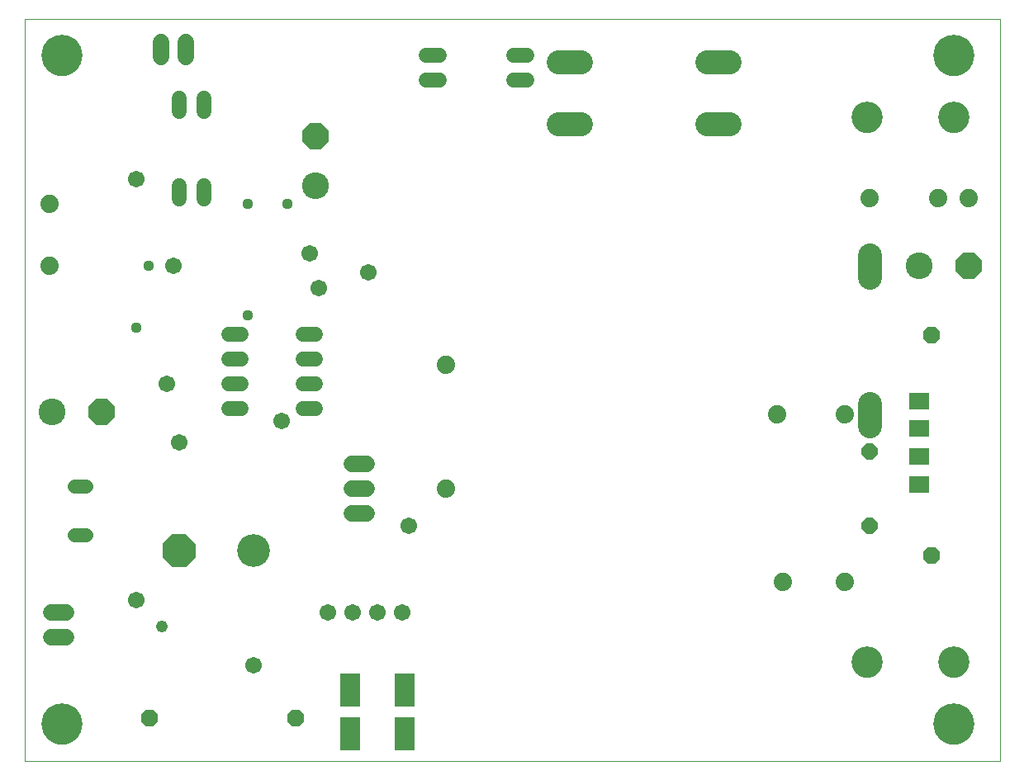
<source format=gbs>
G75*
%MOIN*%
%OFA0B0*%
%FSLAX25Y25*%
%IPPOS*%
%LPD*%
%AMOC8*
5,1,8,0,0,1.08239X$1,22.5*
%
%ADD10C,0.00000*%
%ADD11C,0.16548*%
%ADD12C,0.12611*%
%ADD13C,0.09650*%
%ADD14C,0.06000*%
%ADD15C,0.10800*%
%ADD16OC8,0.10800*%
%ADD17C,0.06800*%
%ADD18C,0.05556*%
%ADD19OC8,0.13200*%
%ADD20C,0.13200*%
%ADD21R,0.07887X0.13398*%
%ADD22OC8,0.06800*%
%ADD23OC8,0.06400*%
%ADD24R,0.07898X0.07099*%
%ADD25C,0.07400*%
%ADD26C,0.06737*%
%ADD27C,0.06706*%
%ADD28C,0.04900*%
%ADD29C,0.04369*%
D10*
X0014325Y0003000D02*
X0014325Y0302961D01*
X0408026Y0302961D01*
X0408026Y0003000D01*
X0014325Y0003000D01*
X0021451Y0018000D02*
X0021453Y0018193D01*
X0021460Y0018386D01*
X0021472Y0018579D01*
X0021489Y0018772D01*
X0021510Y0018964D01*
X0021536Y0019155D01*
X0021567Y0019346D01*
X0021602Y0019536D01*
X0021642Y0019725D01*
X0021687Y0019913D01*
X0021736Y0020100D01*
X0021790Y0020286D01*
X0021848Y0020470D01*
X0021911Y0020653D01*
X0021979Y0020834D01*
X0022050Y0021013D01*
X0022127Y0021191D01*
X0022207Y0021367D01*
X0022292Y0021540D01*
X0022381Y0021712D01*
X0022474Y0021881D01*
X0022571Y0022048D01*
X0022673Y0022213D01*
X0022778Y0022375D01*
X0022887Y0022534D01*
X0023001Y0022691D01*
X0023118Y0022844D01*
X0023238Y0022995D01*
X0023363Y0023143D01*
X0023491Y0023288D01*
X0023622Y0023429D01*
X0023757Y0023568D01*
X0023896Y0023703D01*
X0024037Y0023834D01*
X0024182Y0023962D01*
X0024330Y0024087D01*
X0024481Y0024207D01*
X0024634Y0024324D01*
X0024791Y0024438D01*
X0024950Y0024547D01*
X0025112Y0024652D01*
X0025277Y0024754D01*
X0025444Y0024851D01*
X0025613Y0024944D01*
X0025785Y0025033D01*
X0025958Y0025118D01*
X0026134Y0025198D01*
X0026312Y0025275D01*
X0026491Y0025346D01*
X0026672Y0025414D01*
X0026855Y0025477D01*
X0027039Y0025535D01*
X0027225Y0025589D01*
X0027412Y0025638D01*
X0027600Y0025683D01*
X0027789Y0025723D01*
X0027979Y0025758D01*
X0028170Y0025789D01*
X0028361Y0025815D01*
X0028553Y0025836D01*
X0028746Y0025853D01*
X0028939Y0025865D01*
X0029132Y0025872D01*
X0029325Y0025874D01*
X0029518Y0025872D01*
X0029711Y0025865D01*
X0029904Y0025853D01*
X0030097Y0025836D01*
X0030289Y0025815D01*
X0030480Y0025789D01*
X0030671Y0025758D01*
X0030861Y0025723D01*
X0031050Y0025683D01*
X0031238Y0025638D01*
X0031425Y0025589D01*
X0031611Y0025535D01*
X0031795Y0025477D01*
X0031978Y0025414D01*
X0032159Y0025346D01*
X0032338Y0025275D01*
X0032516Y0025198D01*
X0032692Y0025118D01*
X0032865Y0025033D01*
X0033037Y0024944D01*
X0033206Y0024851D01*
X0033373Y0024754D01*
X0033538Y0024652D01*
X0033700Y0024547D01*
X0033859Y0024438D01*
X0034016Y0024324D01*
X0034169Y0024207D01*
X0034320Y0024087D01*
X0034468Y0023962D01*
X0034613Y0023834D01*
X0034754Y0023703D01*
X0034893Y0023568D01*
X0035028Y0023429D01*
X0035159Y0023288D01*
X0035287Y0023143D01*
X0035412Y0022995D01*
X0035532Y0022844D01*
X0035649Y0022691D01*
X0035763Y0022534D01*
X0035872Y0022375D01*
X0035977Y0022213D01*
X0036079Y0022048D01*
X0036176Y0021881D01*
X0036269Y0021712D01*
X0036358Y0021540D01*
X0036443Y0021367D01*
X0036523Y0021191D01*
X0036600Y0021013D01*
X0036671Y0020834D01*
X0036739Y0020653D01*
X0036802Y0020470D01*
X0036860Y0020286D01*
X0036914Y0020100D01*
X0036963Y0019913D01*
X0037008Y0019725D01*
X0037048Y0019536D01*
X0037083Y0019346D01*
X0037114Y0019155D01*
X0037140Y0018964D01*
X0037161Y0018772D01*
X0037178Y0018579D01*
X0037190Y0018386D01*
X0037197Y0018193D01*
X0037199Y0018000D01*
X0037197Y0017807D01*
X0037190Y0017614D01*
X0037178Y0017421D01*
X0037161Y0017228D01*
X0037140Y0017036D01*
X0037114Y0016845D01*
X0037083Y0016654D01*
X0037048Y0016464D01*
X0037008Y0016275D01*
X0036963Y0016087D01*
X0036914Y0015900D01*
X0036860Y0015714D01*
X0036802Y0015530D01*
X0036739Y0015347D01*
X0036671Y0015166D01*
X0036600Y0014987D01*
X0036523Y0014809D01*
X0036443Y0014633D01*
X0036358Y0014460D01*
X0036269Y0014288D01*
X0036176Y0014119D01*
X0036079Y0013952D01*
X0035977Y0013787D01*
X0035872Y0013625D01*
X0035763Y0013466D01*
X0035649Y0013309D01*
X0035532Y0013156D01*
X0035412Y0013005D01*
X0035287Y0012857D01*
X0035159Y0012712D01*
X0035028Y0012571D01*
X0034893Y0012432D01*
X0034754Y0012297D01*
X0034613Y0012166D01*
X0034468Y0012038D01*
X0034320Y0011913D01*
X0034169Y0011793D01*
X0034016Y0011676D01*
X0033859Y0011562D01*
X0033700Y0011453D01*
X0033538Y0011348D01*
X0033373Y0011246D01*
X0033206Y0011149D01*
X0033037Y0011056D01*
X0032865Y0010967D01*
X0032692Y0010882D01*
X0032516Y0010802D01*
X0032338Y0010725D01*
X0032159Y0010654D01*
X0031978Y0010586D01*
X0031795Y0010523D01*
X0031611Y0010465D01*
X0031425Y0010411D01*
X0031238Y0010362D01*
X0031050Y0010317D01*
X0030861Y0010277D01*
X0030671Y0010242D01*
X0030480Y0010211D01*
X0030289Y0010185D01*
X0030097Y0010164D01*
X0029904Y0010147D01*
X0029711Y0010135D01*
X0029518Y0010128D01*
X0029325Y0010126D01*
X0029132Y0010128D01*
X0028939Y0010135D01*
X0028746Y0010147D01*
X0028553Y0010164D01*
X0028361Y0010185D01*
X0028170Y0010211D01*
X0027979Y0010242D01*
X0027789Y0010277D01*
X0027600Y0010317D01*
X0027412Y0010362D01*
X0027225Y0010411D01*
X0027039Y0010465D01*
X0026855Y0010523D01*
X0026672Y0010586D01*
X0026491Y0010654D01*
X0026312Y0010725D01*
X0026134Y0010802D01*
X0025958Y0010882D01*
X0025785Y0010967D01*
X0025613Y0011056D01*
X0025444Y0011149D01*
X0025277Y0011246D01*
X0025112Y0011348D01*
X0024950Y0011453D01*
X0024791Y0011562D01*
X0024634Y0011676D01*
X0024481Y0011793D01*
X0024330Y0011913D01*
X0024182Y0012038D01*
X0024037Y0012166D01*
X0023896Y0012297D01*
X0023757Y0012432D01*
X0023622Y0012571D01*
X0023491Y0012712D01*
X0023363Y0012857D01*
X0023238Y0013005D01*
X0023118Y0013156D01*
X0023001Y0013309D01*
X0022887Y0013466D01*
X0022778Y0013625D01*
X0022673Y0013787D01*
X0022571Y0013952D01*
X0022474Y0014119D01*
X0022381Y0014288D01*
X0022292Y0014460D01*
X0022207Y0014633D01*
X0022127Y0014809D01*
X0022050Y0014987D01*
X0021979Y0015166D01*
X0021911Y0015347D01*
X0021848Y0015530D01*
X0021790Y0015714D01*
X0021736Y0015900D01*
X0021687Y0016087D01*
X0021642Y0016275D01*
X0021602Y0016464D01*
X0021567Y0016654D01*
X0021536Y0016845D01*
X0021510Y0017036D01*
X0021489Y0017228D01*
X0021472Y0017421D01*
X0021460Y0017614D01*
X0021453Y0017807D01*
X0021451Y0018000D01*
X0348419Y0043000D02*
X0348421Y0043153D01*
X0348427Y0043307D01*
X0348437Y0043460D01*
X0348451Y0043612D01*
X0348469Y0043765D01*
X0348491Y0043916D01*
X0348516Y0044067D01*
X0348546Y0044218D01*
X0348580Y0044368D01*
X0348617Y0044516D01*
X0348658Y0044664D01*
X0348703Y0044810D01*
X0348752Y0044956D01*
X0348805Y0045100D01*
X0348861Y0045242D01*
X0348921Y0045383D01*
X0348985Y0045523D01*
X0349052Y0045661D01*
X0349123Y0045797D01*
X0349198Y0045931D01*
X0349275Y0046063D01*
X0349357Y0046193D01*
X0349441Y0046321D01*
X0349529Y0046447D01*
X0349620Y0046570D01*
X0349714Y0046691D01*
X0349812Y0046809D01*
X0349912Y0046925D01*
X0350016Y0047038D01*
X0350122Y0047149D01*
X0350231Y0047257D01*
X0350343Y0047362D01*
X0350457Y0047463D01*
X0350575Y0047562D01*
X0350694Y0047658D01*
X0350816Y0047751D01*
X0350941Y0047840D01*
X0351068Y0047927D01*
X0351197Y0048009D01*
X0351328Y0048089D01*
X0351461Y0048165D01*
X0351596Y0048238D01*
X0351733Y0048307D01*
X0351872Y0048372D01*
X0352012Y0048434D01*
X0352154Y0048492D01*
X0352297Y0048547D01*
X0352442Y0048598D01*
X0352588Y0048645D01*
X0352735Y0048688D01*
X0352883Y0048727D01*
X0353032Y0048763D01*
X0353182Y0048794D01*
X0353333Y0048822D01*
X0353484Y0048846D01*
X0353637Y0048866D01*
X0353789Y0048882D01*
X0353942Y0048894D01*
X0354095Y0048902D01*
X0354248Y0048906D01*
X0354402Y0048906D01*
X0354555Y0048902D01*
X0354708Y0048894D01*
X0354861Y0048882D01*
X0355013Y0048866D01*
X0355166Y0048846D01*
X0355317Y0048822D01*
X0355468Y0048794D01*
X0355618Y0048763D01*
X0355767Y0048727D01*
X0355915Y0048688D01*
X0356062Y0048645D01*
X0356208Y0048598D01*
X0356353Y0048547D01*
X0356496Y0048492D01*
X0356638Y0048434D01*
X0356778Y0048372D01*
X0356917Y0048307D01*
X0357054Y0048238D01*
X0357189Y0048165D01*
X0357322Y0048089D01*
X0357453Y0048009D01*
X0357582Y0047927D01*
X0357709Y0047840D01*
X0357834Y0047751D01*
X0357956Y0047658D01*
X0358075Y0047562D01*
X0358193Y0047463D01*
X0358307Y0047362D01*
X0358419Y0047257D01*
X0358528Y0047149D01*
X0358634Y0047038D01*
X0358738Y0046925D01*
X0358838Y0046809D01*
X0358936Y0046691D01*
X0359030Y0046570D01*
X0359121Y0046447D01*
X0359209Y0046321D01*
X0359293Y0046193D01*
X0359375Y0046063D01*
X0359452Y0045931D01*
X0359527Y0045797D01*
X0359598Y0045661D01*
X0359665Y0045523D01*
X0359729Y0045383D01*
X0359789Y0045242D01*
X0359845Y0045100D01*
X0359898Y0044956D01*
X0359947Y0044810D01*
X0359992Y0044664D01*
X0360033Y0044516D01*
X0360070Y0044368D01*
X0360104Y0044218D01*
X0360134Y0044067D01*
X0360159Y0043916D01*
X0360181Y0043765D01*
X0360199Y0043612D01*
X0360213Y0043460D01*
X0360223Y0043307D01*
X0360229Y0043153D01*
X0360231Y0043000D01*
X0360229Y0042847D01*
X0360223Y0042693D01*
X0360213Y0042540D01*
X0360199Y0042388D01*
X0360181Y0042235D01*
X0360159Y0042084D01*
X0360134Y0041933D01*
X0360104Y0041782D01*
X0360070Y0041632D01*
X0360033Y0041484D01*
X0359992Y0041336D01*
X0359947Y0041190D01*
X0359898Y0041044D01*
X0359845Y0040900D01*
X0359789Y0040758D01*
X0359729Y0040617D01*
X0359665Y0040477D01*
X0359598Y0040339D01*
X0359527Y0040203D01*
X0359452Y0040069D01*
X0359375Y0039937D01*
X0359293Y0039807D01*
X0359209Y0039679D01*
X0359121Y0039553D01*
X0359030Y0039430D01*
X0358936Y0039309D01*
X0358838Y0039191D01*
X0358738Y0039075D01*
X0358634Y0038962D01*
X0358528Y0038851D01*
X0358419Y0038743D01*
X0358307Y0038638D01*
X0358193Y0038537D01*
X0358075Y0038438D01*
X0357956Y0038342D01*
X0357834Y0038249D01*
X0357709Y0038160D01*
X0357582Y0038073D01*
X0357453Y0037991D01*
X0357322Y0037911D01*
X0357189Y0037835D01*
X0357054Y0037762D01*
X0356917Y0037693D01*
X0356778Y0037628D01*
X0356638Y0037566D01*
X0356496Y0037508D01*
X0356353Y0037453D01*
X0356208Y0037402D01*
X0356062Y0037355D01*
X0355915Y0037312D01*
X0355767Y0037273D01*
X0355618Y0037237D01*
X0355468Y0037206D01*
X0355317Y0037178D01*
X0355166Y0037154D01*
X0355013Y0037134D01*
X0354861Y0037118D01*
X0354708Y0037106D01*
X0354555Y0037098D01*
X0354402Y0037094D01*
X0354248Y0037094D01*
X0354095Y0037098D01*
X0353942Y0037106D01*
X0353789Y0037118D01*
X0353637Y0037134D01*
X0353484Y0037154D01*
X0353333Y0037178D01*
X0353182Y0037206D01*
X0353032Y0037237D01*
X0352883Y0037273D01*
X0352735Y0037312D01*
X0352588Y0037355D01*
X0352442Y0037402D01*
X0352297Y0037453D01*
X0352154Y0037508D01*
X0352012Y0037566D01*
X0351872Y0037628D01*
X0351733Y0037693D01*
X0351596Y0037762D01*
X0351461Y0037835D01*
X0351328Y0037911D01*
X0351197Y0037991D01*
X0351068Y0038073D01*
X0350941Y0038160D01*
X0350816Y0038249D01*
X0350694Y0038342D01*
X0350575Y0038438D01*
X0350457Y0038537D01*
X0350343Y0038638D01*
X0350231Y0038743D01*
X0350122Y0038851D01*
X0350016Y0038962D01*
X0349912Y0039075D01*
X0349812Y0039191D01*
X0349714Y0039309D01*
X0349620Y0039430D01*
X0349529Y0039553D01*
X0349441Y0039679D01*
X0349357Y0039807D01*
X0349275Y0039937D01*
X0349198Y0040069D01*
X0349123Y0040203D01*
X0349052Y0040339D01*
X0348985Y0040477D01*
X0348921Y0040617D01*
X0348861Y0040758D01*
X0348805Y0040900D01*
X0348752Y0041044D01*
X0348703Y0041190D01*
X0348658Y0041336D01*
X0348617Y0041484D01*
X0348580Y0041632D01*
X0348546Y0041782D01*
X0348516Y0041933D01*
X0348491Y0042084D01*
X0348469Y0042235D01*
X0348451Y0042388D01*
X0348437Y0042540D01*
X0348427Y0042693D01*
X0348421Y0042847D01*
X0348419Y0043000D01*
X0383419Y0043000D02*
X0383421Y0043153D01*
X0383427Y0043307D01*
X0383437Y0043460D01*
X0383451Y0043612D01*
X0383469Y0043765D01*
X0383491Y0043916D01*
X0383516Y0044067D01*
X0383546Y0044218D01*
X0383580Y0044368D01*
X0383617Y0044516D01*
X0383658Y0044664D01*
X0383703Y0044810D01*
X0383752Y0044956D01*
X0383805Y0045100D01*
X0383861Y0045242D01*
X0383921Y0045383D01*
X0383985Y0045523D01*
X0384052Y0045661D01*
X0384123Y0045797D01*
X0384198Y0045931D01*
X0384275Y0046063D01*
X0384357Y0046193D01*
X0384441Y0046321D01*
X0384529Y0046447D01*
X0384620Y0046570D01*
X0384714Y0046691D01*
X0384812Y0046809D01*
X0384912Y0046925D01*
X0385016Y0047038D01*
X0385122Y0047149D01*
X0385231Y0047257D01*
X0385343Y0047362D01*
X0385457Y0047463D01*
X0385575Y0047562D01*
X0385694Y0047658D01*
X0385816Y0047751D01*
X0385941Y0047840D01*
X0386068Y0047927D01*
X0386197Y0048009D01*
X0386328Y0048089D01*
X0386461Y0048165D01*
X0386596Y0048238D01*
X0386733Y0048307D01*
X0386872Y0048372D01*
X0387012Y0048434D01*
X0387154Y0048492D01*
X0387297Y0048547D01*
X0387442Y0048598D01*
X0387588Y0048645D01*
X0387735Y0048688D01*
X0387883Y0048727D01*
X0388032Y0048763D01*
X0388182Y0048794D01*
X0388333Y0048822D01*
X0388484Y0048846D01*
X0388637Y0048866D01*
X0388789Y0048882D01*
X0388942Y0048894D01*
X0389095Y0048902D01*
X0389248Y0048906D01*
X0389402Y0048906D01*
X0389555Y0048902D01*
X0389708Y0048894D01*
X0389861Y0048882D01*
X0390013Y0048866D01*
X0390166Y0048846D01*
X0390317Y0048822D01*
X0390468Y0048794D01*
X0390618Y0048763D01*
X0390767Y0048727D01*
X0390915Y0048688D01*
X0391062Y0048645D01*
X0391208Y0048598D01*
X0391353Y0048547D01*
X0391496Y0048492D01*
X0391638Y0048434D01*
X0391778Y0048372D01*
X0391917Y0048307D01*
X0392054Y0048238D01*
X0392189Y0048165D01*
X0392322Y0048089D01*
X0392453Y0048009D01*
X0392582Y0047927D01*
X0392709Y0047840D01*
X0392834Y0047751D01*
X0392956Y0047658D01*
X0393075Y0047562D01*
X0393193Y0047463D01*
X0393307Y0047362D01*
X0393419Y0047257D01*
X0393528Y0047149D01*
X0393634Y0047038D01*
X0393738Y0046925D01*
X0393838Y0046809D01*
X0393936Y0046691D01*
X0394030Y0046570D01*
X0394121Y0046447D01*
X0394209Y0046321D01*
X0394293Y0046193D01*
X0394375Y0046063D01*
X0394452Y0045931D01*
X0394527Y0045797D01*
X0394598Y0045661D01*
X0394665Y0045523D01*
X0394729Y0045383D01*
X0394789Y0045242D01*
X0394845Y0045100D01*
X0394898Y0044956D01*
X0394947Y0044810D01*
X0394992Y0044664D01*
X0395033Y0044516D01*
X0395070Y0044368D01*
X0395104Y0044218D01*
X0395134Y0044067D01*
X0395159Y0043916D01*
X0395181Y0043765D01*
X0395199Y0043612D01*
X0395213Y0043460D01*
X0395223Y0043307D01*
X0395229Y0043153D01*
X0395231Y0043000D01*
X0395229Y0042847D01*
X0395223Y0042693D01*
X0395213Y0042540D01*
X0395199Y0042388D01*
X0395181Y0042235D01*
X0395159Y0042084D01*
X0395134Y0041933D01*
X0395104Y0041782D01*
X0395070Y0041632D01*
X0395033Y0041484D01*
X0394992Y0041336D01*
X0394947Y0041190D01*
X0394898Y0041044D01*
X0394845Y0040900D01*
X0394789Y0040758D01*
X0394729Y0040617D01*
X0394665Y0040477D01*
X0394598Y0040339D01*
X0394527Y0040203D01*
X0394452Y0040069D01*
X0394375Y0039937D01*
X0394293Y0039807D01*
X0394209Y0039679D01*
X0394121Y0039553D01*
X0394030Y0039430D01*
X0393936Y0039309D01*
X0393838Y0039191D01*
X0393738Y0039075D01*
X0393634Y0038962D01*
X0393528Y0038851D01*
X0393419Y0038743D01*
X0393307Y0038638D01*
X0393193Y0038537D01*
X0393075Y0038438D01*
X0392956Y0038342D01*
X0392834Y0038249D01*
X0392709Y0038160D01*
X0392582Y0038073D01*
X0392453Y0037991D01*
X0392322Y0037911D01*
X0392189Y0037835D01*
X0392054Y0037762D01*
X0391917Y0037693D01*
X0391778Y0037628D01*
X0391638Y0037566D01*
X0391496Y0037508D01*
X0391353Y0037453D01*
X0391208Y0037402D01*
X0391062Y0037355D01*
X0390915Y0037312D01*
X0390767Y0037273D01*
X0390618Y0037237D01*
X0390468Y0037206D01*
X0390317Y0037178D01*
X0390166Y0037154D01*
X0390013Y0037134D01*
X0389861Y0037118D01*
X0389708Y0037106D01*
X0389555Y0037098D01*
X0389402Y0037094D01*
X0389248Y0037094D01*
X0389095Y0037098D01*
X0388942Y0037106D01*
X0388789Y0037118D01*
X0388637Y0037134D01*
X0388484Y0037154D01*
X0388333Y0037178D01*
X0388182Y0037206D01*
X0388032Y0037237D01*
X0387883Y0037273D01*
X0387735Y0037312D01*
X0387588Y0037355D01*
X0387442Y0037402D01*
X0387297Y0037453D01*
X0387154Y0037508D01*
X0387012Y0037566D01*
X0386872Y0037628D01*
X0386733Y0037693D01*
X0386596Y0037762D01*
X0386461Y0037835D01*
X0386328Y0037911D01*
X0386197Y0037991D01*
X0386068Y0038073D01*
X0385941Y0038160D01*
X0385816Y0038249D01*
X0385694Y0038342D01*
X0385575Y0038438D01*
X0385457Y0038537D01*
X0385343Y0038638D01*
X0385231Y0038743D01*
X0385122Y0038851D01*
X0385016Y0038962D01*
X0384912Y0039075D01*
X0384812Y0039191D01*
X0384714Y0039309D01*
X0384620Y0039430D01*
X0384529Y0039553D01*
X0384441Y0039679D01*
X0384357Y0039807D01*
X0384275Y0039937D01*
X0384198Y0040069D01*
X0384123Y0040203D01*
X0384052Y0040339D01*
X0383985Y0040477D01*
X0383921Y0040617D01*
X0383861Y0040758D01*
X0383805Y0040900D01*
X0383752Y0041044D01*
X0383703Y0041190D01*
X0383658Y0041336D01*
X0383617Y0041484D01*
X0383580Y0041632D01*
X0383546Y0041782D01*
X0383516Y0041933D01*
X0383491Y0042084D01*
X0383469Y0042235D01*
X0383451Y0042388D01*
X0383437Y0042540D01*
X0383427Y0042693D01*
X0383421Y0042847D01*
X0383419Y0043000D01*
X0381451Y0018000D02*
X0381453Y0018193D01*
X0381460Y0018386D01*
X0381472Y0018579D01*
X0381489Y0018772D01*
X0381510Y0018964D01*
X0381536Y0019155D01*
X0381567Y0019346D01*
X0381602Y0019536D01*
X0381642Y0019725D01*
X0381687Y0019913D01*
X0381736Y0020100D01*
X0381790Y0020286D01*
X0381848Y0020470D01*
X0381911Y0020653D01*
X0381979Y0020834D01*
X0382050Y0021013D01*
X0382127Y0021191D01*
X0382207Y0021367D01*
X0382292Y0021540D01*
X0382381Y0021712D01*
X0382474Y0021881D01*
X0382571Y0022048D01*
X0382673Y0022213D01*
X0382778Y0022375D01*
X0382887Y0022534D01*
X0383001Y0022691D01*
X0383118Y0022844D01*
X0383238Y0022995D01*
X0383363Y0023143D01*
X0383491Y0023288D01*
X0383622Y0023429D01*
X0383757Y0023568D01*
X0383896Y0023703D01*
X0384037Y0023834D01*
X0384182Y0023962D01*
X0384330Y0024087D01*
X0384481Y0024207D01*
X0384634Y0024324D01*
X0384791Y0024438D01*
X0384950Y0024547D01*
X0385112Y0024652D01*
X0385277Y0024754D01*
X0385444Y0024851D01*
X0385613Y0024944D01*
X0385785Y0025033D01*
X0385958Y0025118D01*
X0386134Y0025198D01*
X0386312Y0025275D01*
X0386491Y0025346D01*
X0386672Y0025414D01*
X0386855Y0025477D01*
X0387039Y0025535D01*
X0387225Y0025589D01*
X0387412Y0025638D01*
X0387600Y0025683D01*
X0387789Y0025723D01*
X0387979Y0025758D01*
X0388170Y0025789D01*
X0388361Y0025815D01*
X0388553Y0025836D01*
X0388746Y0025853D01*
X0388939Y0025865D01*
X0389132Y0025872D01*
X0389325Y0025874D01*
X0389518Y0025872D01*
X0389711Y0025865D01*
X0389904Y0025853D01*
X0390097Y0025836D01*
X0390289Y0025815D01*
X0390480Y0025789D01*
X0390671Y0025758D01*
X0390861Y0025723D01*
X0391050Y0025683D01*
X0391238Y0025638D01*
X0391425Y0025589D01*
X0391611Y0025535D01*
X0391795Y0025477D01*
X0391978Y0025414D01*
X0392159Y0025346D01*
X0392338Y0025275D01*
X0392516Y0025198D01*
X0392692Y0025118D01*
X0392865Y0025033D01*
X0393037Y0024944D01*
X0393206Y0024851D01*
X0393373Y0024754D01*
X0393538Y0024652D01*
X0393700Y0024547D01*
X0393859Y0024438D01*
X0394016Y0024324D01*
X0394169Y0024207D01*
X0394320Y0024087D01*
X0394468Y0023962D01*
X0394613Y0023834D01*
X0394754Y0023703D01*
X0394893Y0023568D01*
X0395028Y0023429D01*
X0395159Y0023288D01*
X0395287Y0023143D01*
X0395412Y0022995D01*
X0395532Y0022844D01*
X0395649Y0022691D01*
X0395763Y0022534D01*
X0395872Y0022375D01*
X0395977Y0022213D01*
X0396079Y0022048D01*
X0396176Y0021881D01*
X0396269Y0021712D01*
X0396358Y0021540D01*
X0396443Y0021367D01*
X0396523Y0021191D01*
X0396600Y0021013D01*
X0396671Y0020834D01*
X0396739Y0020653D01*
X0396802Y0020470D01*
X0396860Y0020286D01*
X0396914Y0020100D01*
X0396963Y0019913D01*
X0397008Y0019725D01*
X0397048Y0019536D01*
X0397083Y0019346D01*
X0397114Y0019155D01*
X0397140Y0018964D01*
X0397161Y0018772D01*
X0397178Y0018579D01*
X0397190Y0018386D01*
X0397197Y0018193D01*
X0397199Y0018000D01*
X0397197Y0017807D01*
X0397190Y0017614D01*
X0397178Y0017421D01*
X0397161Y0017228D01*
X0397140Y0017036D01*
X0397114Y0016845D01*
X0397083Y0016654D01*
X0397048Y0016464D01*
X0397008Y0016275D01*
X0396963Y0016087D01*
X0396914Y0015900D01*
X0396860Y0015714D01*
X0396802Y0015530D01*
X0396739Y0015347D01*
X0396671Y0015166D01*
X0396600Y0014987D01*
X0396523Y0014809D01*
X0396443Y0014633D01*
X0396358Y0014460D01*
X0396269Y0014288D01*
X0396176Y0014119D01*
X0396079Y0013952D01*
X0395977Y0013787D01*
X0395872Y0013625D01*
X0395763Y0013466D01*
X0395649Y0013309D01*
X0395532Y0013156D01*
X0395412Y0013005D01*
X0395287Y0012857D01*
X0395159Y0012712D01*
X0395028Y0012571D01*
X0394893Y0012432D01*
X0394754Y0012297D01*
X0394613Y0012166D01*
X0394468Y0012038D01*
X0394320Y0011913D01*
X0394169Y0011793D01*
X0394016Y0011676D01*
X0393859Y0011562D01*
X0393700Y0011453D01*
X0393538Y0011348D01*
X0393373Y0011246D01*
X0393206Y0011149D01*
X0393037Y0011056D01*
X0392865Y0010967D01*
X0392692Y0010882D01*
X0392516Y0010802D01*
X0392338Y0010725D01*
X0392159Y0010654D01*
X0391978Y0010586D01*
X0391795Y0010523D01*
X0391611Y0010465D01*
X0391425Y0010411D01*
X0391238Y0010362D01*
X0391050Y0010317D01*
X0390861Y0010277D01*
X0390671Y0010242D01*
X0390480Y0010211D01*
X0390289Y0010185D01*
X0390097Y0010164D01*
X0389904Y0010147D01*
X0389711Y0010135D01*
X0389518Y0010128D01*
X0389325Y0010126D01*
X0389132Y0010128D01*
X0388939Y0010135D01*
X0388746Y0010147D01*
X0388553Y0010164D01*
X0388361Y0010185D01*
X0388170Y0010211D01*
X0387979Y0010242D01*
X0387789Y0010277D01*
X0387600Y0010317D01*
X0387412Y0010362D01*
X0387225Y0010411D01*
X0387039Y0010465D01*
X0386855Y0010523D01*
X0386672Y0010586D01*
X0386491Y0010654D01*
X0386312Y0010725D01*
X0386134Y0010802D01*
X0385958Y0010882D01*
X0385785Y0010967D01*
X0385613Y0011056D01*
X0385444Y0011149D01*
X0385277Y0011246D01*
X0385112Y0011348D01*
X0384950Y0011453D01*
X0384791Y0011562D01*
X0384634Y0011676D01*
X0384481Y0011793D01*
X0384330Y0011913D01*
X0384182Y0012038D01*
X0384037Y0012166D01*
X0383896Y0012297D01*
X0383757Y0012432D01*
X0383622Y0012571D01*
X0383491Y0012712D01*
X0383363Y0012857D01*
X0383238Y0013005D01*
X0383118Y0013156D01*
X0383001Y0013309D01*
X0382887Y0013466D01*
X0382778Y0013625D01*
X0382673Y0013787D01*
X0382571Y0013952D01*
X0382474Y0014119D01*
X0382381Y0014288D01*
X0382292Y0014460D01*
X0382207Y0014633D01*
X0382127Y0014809D01*
X0382050Y0014987D01*
X0381979Y0015166D01*
X0381911Y0015347D01*
X0381848Y0015530D01*
X0381790Y0015714D01*
X0381736Y0015900D01*
X0381687Y0016087D01*
X0381642Y0016275D01*
X0381602Y0016464D01*
X0381567Y0016654D01*
X0381536Y0016845D01*
X0381510Y0017036D01*
X0381489Y0017228D01*
X0381472Y0017421D01*
X0381460Y0017614D01*
X0381453Y0017807D01*
X0381451Y0018000D01*
X0383419Y0263000D02*
X0383421Y0263153D01*
X0383427Y0263307D01*
X0383437Y0263460D01*
X0383451Y0263612D01*
X0383469Y0263765D01*
X0383491Y0263916D01*
X0383516Y0264067D01*
X0383546Y0264218D01*
X0383580Y0264368D01*
X0383617Y0264516D01*
X0383658Y0264664D01*
X0383703Y0264810D01*
X0383752Y0264956D01*
X0383805Y0265100D01*
X0383861Y0265242D01*
X0383921Y0265383D01*
X0383985Y0265523D01*
X0384052Y0265661D01*
X0384123Y0265797D01*
X0384198Y0265931D01*
X0384275Y0266063D01*
X0384357Y0266193D01*
X0384441Y0266321D01*
X0384529Y0266447D01*
X0384620Y0266570D01*
X0384714Y0266691D01*
X0384812Y0266809D01*
X0384912Y0266925D01*
X0385016Y0267038D01*
X0385122Y0267149D01*
X0385231Y0267257D01*
X0385343Y0267362D01*
X0385457Y0267463D01*
X0385575Y0267562D01*
X0385694Y0267658D01*
X0385816Y0267751D01*
X0385941Y0267840D01*
X0386068Y0267927D01*
X0386197Y0268009D01*
X0386328Y0268089D01*
X0386461Y0268165D01*
X0386596Y0268238D01*
X0386733Y0268307D01*
X0386872Y0268372D01*
X0387012Y0268434D01*
X0387154Y0268492D01*
X0387297Y0268547D01*
X0387442Y0268598D01*
X0387588Y0268645D01*
X0387735Y0268688D01*
X0387883Y0268727D01*
X0388032Y0268763D01*
X0388182Y0268794D01*
X0388333Y0268822D01*
X0388484Y0268846D01*
X0388637Y0268866D01*
X0388789Y0268882D01*
X0388942Y0268894D01*
X0389095Y0268902D01*
X0389248Y0268906D01*
X0389402Y0268906D01*
X0389555Y0268902D01*
X0389708Y0268894D01*
X0389861Y0268882D01*
X0390013Y0268866D01*
X0390166Y0268846D01*
X0390317Y0268822D01*
X0390468Y0268794D01*
X0390618Y0268763D01*
X0390767Y0268727D01*
X0390915Y0268688D01*
X0391062Y0268645D01*
X0391208Y0268598D01*
X0391353Y0268547D01*
X0391496Y0268492D01*
X0391638Y0268434D01*
X0391778Y0268372D01*
X0391917Y0268307D01*
X0392054Y0268238D01*
X0392189Y0268165D01*
X0392322Y0268089D01*
X0392453Y0268009D01*
X0392582Y0267927D01*
X0392709Y0267840D01*
X0392834Y0267751D01*
X0392956Y0267658D01*
X0393075Y0267562D01*
X0393193Y0267463D01*
X0393307Y0267362D01*
X0393419Y0267257D01*
X0393528Y0267149D01*
X0393634Y0267038D01*
X0393738Y0266925D01*
X0393838Y0266809D01*
X0393936Y0266691D01*
X0394030Y0266570D01*
X0394121Y0266447D01*
X0394209Y0266321D01*
X0394293Y0266193D01*
X0394375Y0266063D01*
X0394452Y0265931D01*
X0394527Y0265797D01*
X0394598Y0265661D01*
X0394665Y0265523D01*
X0394729Y0265383D01*
X0394789Y0265242D01*
X0394845Y0265100D01*
X0394898Y0264956D01*
X0394947Y0264810D01*
X0394992Y0264664D01*
X0395033Y0264516D01*
X0395070Y0264368D01*
X0395104Y0264218D01*
X0395134Y0264067D01*
X0395159Y0263916D01*
X0395181Y0263765D01*
X0395199Y0263612D01*
X0395213Y0263460D01*
X0395223Y0263307D01*
X0395229Y0263153D01*
X0395231Y0263000D01*
X0395229Y0262847D01*
X0395223Y0262693D01*
X0395213Y0262540D01*
X0395199Y0262388D01*
X0395181Y0262235D01*
X0395159Y0262084D01*
X0395134Y0261933D01*
X0395104Y0261782D01*
X0395070Y0261632D01*
X0395033Y0261484D01*
X0394992Y0261336D01*
X0394947Y0261190D01*
X0394898Y0261044D01*
X0394845Y0260900D01*
X0394789Y0260758D01*
X0394729Y0260617D01*
X0394665Y0260477D01*
X0394598Y0260339D01*
X0394527Y0260203D01*
X0394452Y0260069D01*
X0394375Y0259937D01*
X0394293Y0259807D01*
X0394209Y0259679D01*
X0394121Y0259553D01*
X0394030Y0259430D01*
X0393936Y0259309D01*
X0393838Y0259191D01*
X0393738Y0259075D01*
X0393634Y0258962D01*
X0393528Y0258851D01*
X0393419Y0258743D01*
X0393307Y0258638D01*
X0393193Y0258537D01*
X0393075Y0258438D01*
X0392956Y0258342D01*
X0392834Y0258249D01*
X0392709Y0258160D01*
X0392582Y0258073D01*
X0392453Y0257991D01*
X0392322Y0257911D01*
X0392189Y0257835D01*
X0392054Y0257762D01*
X0391917Y0257693D01*
X0391778Y0257628D01*
X0391638Y0257566D01*
X0391496Y0257508D01*
X0391353Y0257453D01*
X0391208Y0257402D01*
X0391062Y0257355D01*
X0390915Y0257312D01*
X0390767Y0257273D01*
X0390618Y0257237D01*
X0390468Y0257206D01*
X0390317Y0257178D01*
X0390166Y0257154D01*
X0390013Y0257134D01*
X0389861Y0257118D01*
X0389708Y0257106D01*
X0389555Y0257098D01*
X0389402Y0257094D01*
X0389248Y0257094D01*
X0389095Y0257098D01*
X0388942Y0257106D01*
X0388789Y0257118D01*
X0388637Y0257134D01*
X0388484Y0257154D01*
X0388333Y0257178D01*
X0388182Y0257206D01*
X0388032Y0257237D01*
X0387883Y0257273D01*
X0387735Y0257312D01*
X0387588Y0257355D01*
X0387442Y0257402D01*
X0387297Y0257453D01*
X0387154Y0257508D01*
X0387012Y0257566D01*
X0386872Y0257628D01*
X0386733Y0257693D01*
X0386596Y0257762D01*
X0386461Y0257835D01*
X0386328Y0257911D01*
X0386197Y0257991D01*
X0386068Y0258073D01*
X0385941Y0258160D01*
X0385816Y0258249D01*
X0385694Y0258342D01*
X0385575Y0258438D01*
X0385457Y0258537D01*
X0385343Y0258638D01*
X0385231Y0258743D01*
X0385122Y0258851D01*
X0385016Y0258962D01*
X0384912Y0259075D01*
X0384812Y0259191D01*
X0384714Y0259309D01*
X0384620Y0259430D01*
X0384529Y0259553D01*
X0384441Y0259679D01*
X0384357Y0259807D01*
X0384275Y0259937D01*
X0384198Y0260069D01*
X0384123Y0260203D01*
X0384052Y0260339D01*
X0383985Y0260477D01*
X0383921Y0260617D01*
X0383861Y0260758D01*
X0383805Y0260900D01*
X0383752Y0261044D01*
X0383703Y0261190D01*
X0383658Y0261336D01*
X0383617Y0261484D01*
X0383580Y0261632D01*
X0383546Y0261782D01*
X0383516Y0261933D01*
X0383491Y0262084D01*
X0383469Y0262235D01*
X0383451Y0262388D01*
X0383437Y0262540D01*
X0383427Y0262693D01*
X0383421Y0262847D01*
X0383419Y0263000D01*
X0348419Y0263000D02*
X0348421Y0263153D01*
X0348427Y0263307D01*
X0348437Y0263460D01*
X0348451Y0263612D01*
X0348469Y0263765D01*
X0348491Y0263916D01*
X0348516Y0264067D01*
X0348546Y0264218D01*
X0348580Y0264368D01*
X0348617Y0264516D01*
X0348658Y0264664D01*
X0348703Y0264810D01*
X0348752Y0264956D01*
X0348805Y0265100D01*
X0348861Y0265242D01*
X0348921Y0265383D01*
X0348985Y0265523D01*
X0349052Y0265661D01*
X0349123Y0265797D01*
X0349198Y0265931D01*
X0349275Y0266063D01*
X0349357Y0266193D01*
X0349441Y0266321D01*
X0349529Y0266447D01*
X0349620Y0266570D01*
X0349714Y0266691D01*
X0349812Y0266809D01*
X0349912Y0266925D01*
X0350016Y0267038D01*
X0350122Y0267149D01*
X0350231Y0267257D01*
X0350343Y0267362D01*
X0350457Y0267463D01*
X0350575Y0267562D01*
X0350694Y0267658D01*
X0350816Y0267751D01*
X0350941Y0267840D01*
X0351068Y0267927D01*
X0351197Y0268009D01*
X0351328Y0268089D01*
X0351461Y0268165D01*
X0351596Y0268238D01*
X0351733Y0268307D01*
X0351872Y0268372D01*
X0352012Y0268434D01*
X0352154Y0268492D01*
X0352297Y0268547D01*
X0352442Y0268598D01*
X0352588Y0268645D01*
X0352735Y0268688D01*
X0352883Y0268727D01*
X0353032Y0268763D01*
X0353182Y0268794D01*
X0353333Y0268822D01*
X0353484Y0268846D01*
X0353637Y0268866D01*
X0353789Y0268882D01*
X0353942Y0268894D01*
X0354095Y0268902D01*
X0354248Y0268906D01*
X0354402Y0268906D01*
X0354555Y0268902D01*
X0354708Y0268894D01*
X0354861Y0268882D01*
X0355013Y0268866D01*
X0355166Y0268846D01*
X0355317Y0268822D01*
X0355468Y0268794D01*
X0355618Y0268763D01*
X0355767Y0268727D01*
X0355915Y0268688D01*
X0356062Y0268645D01*
X0356208Y0268598D01*
X0356353Y0268547D01*
X0356496Y0268492D01*
X0356638Y0268434D01*
X0356778Y0268372D01*
X0356917Y0268307D01*
X0357054Y0268238D01*
X0357189Y0268165D01*
X0357322Y0268089D01*
X0357453Y0268009D01*
X0357582Y0267927D01*
X0357709Y0267840D01*
X0357834Y0267751D01*
X0357956Y0267658D01*
X0358075Y0267562D01*
X0358193Y0267463D01*
X0358307Y0267362D01*
X0358419Y0267257D01*
X0358528Y0267149D01*
X0358634Y0267038D01*
X0358738Y0266925D01*
X0358838Y0266809D01*
X0358936Y0266691D01*
X0359030Y0266570D01*
X0359121Y0266447D01*
X0359209Y0266321D01*
X0359293Y0266193D01*
X0359375Y0266063D01*
X0359452Y0265931D01*
X0359527Y0265797D01*
X0359598Y0265661D01*
X0359665Y0265523D01*
X0359729Y0265383D01*
X0359789Y0265242D01*
X0359845Y0265100D01*
X0359898Y0264956D01*
X0359947Y0264810D01*
X0359992Y0264664D01*
X0360033Y0264516D01*
X0360070Y0264368D01*
X0360104Y0264218D01*
X0360134Y0264067D01*
X0360159Y0263916D01*
X0360181Y0263765D01*
X0360199Y0263612D01*
X0360213Y0263460D01*
X0360223Y0263307D01*
X0360229Y0263153D01*
X0360231Y0263000D01*
X0360229Y0262847D01*
X0360223Y0262693D01*
X0360213Y0262540D01*
X0360199Y0262388D01*
X0360181Y0262235D01*
X0360159Y0262084D01*
X0360134Y0261933D01*
X0360104Y0261782D01*
X0360070Y0261632D01*
X0360033Y0261484D01*
X0359992Y0261336D01*
X0359947Y0261190D01*
X0359898Y0261044D01*
X0359845Y0260900D01*
X0359789Y0260758D01*
X0359729Y0260617D01*
X0359665Y0260477D01*
X0359598Y0260339D01*
X0359527Y0260203D01*
X0359452Y0260069D01*
X0359375Y0259937D01*
X0359293Y0259807D01*
X0359209Y0259679D01*
X0359121Y0259553D01*
X0359030Y0259430D01*
X0358936Y0259309D01*
X0358838Y0259191D01*
X0358738Y0259075D01*
X0358634Y0258962D01*
X0358528Y0258851D01*
X0358419Y0258743D01*
X0358307Y0258638D01*
X0358193Y0258537D01*
X0358075Y0258438D01*
X0357956Y0258342D01*
X0357834Y0258249D01*
X0357709Y0258160D01*
X0357582Y0258073D01*
X0357453Y0257991D01*
X0357322Y0257911D01*
X0357189Y0257835D01*
X0357054Y0257762D01*
X0356917Y0257693D01*
X0356778Y0257628D01*
X0356638Y0257566D01*
X0356496Y0257508D01*
X0356353Y0257453D01*
X0356208Y0257402D01*
X0356062Y0257355D01*
X0355915Y0257312D01*
X0355767Y0257273D01*
X0355618Y0257237D01*
X0355468Y0257206D01*
X0355317Y0257178D01*
X0355166Y0257154D01*
X0355013Y0257134D01*
X0354861Y0257118D01*
X0354708Y0257106D01*
X0354555Y0257098D01*
X0354402Y0257094D01*
X0354248Y0257094D01*
X0354095Y0257098D01*
X0353942Y0257106D01*
X0353789Y0257118D01*
X0353637Y0257134D01*
X0353484Y0257154D01*
X0353333Y0257178D01*
X0353182Y0257206D01*
X0353032Y0257237D01*
X0352883Y0257273D01*
X0352735Y0257312D01*
X0352588Y0257355D01*
X0352442Y0257402D01*
X0352297Y0257453D01*
X0352154Y0257508D01*
X0352012Y0257566D01*
X0351872Y0257628D01*
X0351733Y0257693D01*
X0351596Y0257762D01*
X0351461Y0257835D01*
X0351328Y0257911D01*
X0351197Y0257991D01*
X0351068Y0258073D01*
X0350941Y0258160D01*
X0350816Y0258249D01*
X0350694Y0258342D01*
X0350575Y0258438D01*
X0350457Y0258537D01*
X0350343Y0258638D01*
X0350231Y0258743D01*
X0350122Y0258851D01*
X0350016Y0258962D01*
X0349912Y0259075D01*
X0349812Y0259191D01*
X0349714Y0259309D01*
X0349620Y0259430D01*
X0349529Y0259553D01*
X0349441Y0259679D01*
X0349357Y0259807D01*
X0349275Y0259937D01*
X0349198Y0260069D01*
X0349123Y0260203D01*
X0349052Y0260339D01*
X0348985Y0260477D01*
X0348921Y0260617D01*
X0348861Y0260758D01*
X0348805Y0260900D01*
X0348752Y0261044D01*
X0348703Y0261190D01*
X0348658Y0261336D01*
X0348617Y0261484D01*
X0348580Y0261632D01*
X0348546Y0261782D01*
X0348516Y0261933D01*
X0348491Y0262084D01*
X0348469Y0262235D01*
X0348451Y0262388D01*
X0348437Y0262540D01*
X0348427Y0262693D01*
X0348421Y0262847D01*
X0348419Y0263000D01*
X0381451Y0288000D02*
X0381453Y0288193D01*
X0381460Y0288386D01*
X0381472Y0288579D01*
X0381489Y0288772D01*
X0381510Y0288964D01*
X0381536Y0289155D01*
X0381567Y0289346D01*
X0381602Y0289536D01*
X0381642Y0289725D01*
X0381687Y0289913D01*
X0381736Y0290100D01*
X0381790Y0290286D01*
X0381848Y0290470D01*
X0381911Y0290653D01*
X0381979Y0290834D01*
X0382050Y0291013D01*
X0382127Y0291191D01*
X0382207Y0291367D01*
X0382292Y0291540D01*
X0382381Y0291712D01*
X0382474Y0291881D01*
X0382571Y0292048D01*
X0382673Y0292213D01*
X0382778Y0292375D01*
X0382887Y0292534D01*
X0383001Y0292691D01*
X0383118Y0292844D01*
X0383238Y0292995D01*
X0383363Y0293143D01*
X0383491Y0293288D01*
X0383622Y0293429D01*
X0383757Y0293568D01*
X0383896Y0293703D01*
X0384037Y0293834D01*
X0384182Y0293962D01*
X0384330Y0294087D01*
X0384481Y0294207D01*
X0384634Y0294324D01*
X0384791Y0294438D01*
X0384950Y0294547D01*
X0385112Y0294652D01*
X0385277Y0294754D01*
X0385444Y0294851D01*
X0385613Y0294944D01*
X0385785Y0295033D01*
X0385958Y0295118D01*
X0386134Y0295198D01*
X0386312Y0295275D01*
X0386491Y0295346D01*
X0386672Y0295414D01*
X0386855Y0295477D01*
X0387039Y0295535D01*
X0387225Y0295589D01*
X0387412Y0295638D01*
X0387600Y0295683D01*
X0387789Y0295723D01*
X0387979Y0295758D01*
X0388170Y0295789D01*
X0388361Y0295815D01*
X0388553Y0295836D01*
X0388746Y0295853D01*
X0388939Y0295865D01*
X0389132Y0295872D01*
X0389325Y0295874D01*
X0389518Y0295872D01*
X0389711Y0295865D01*
X0389904Y0295853D01*
X0390097Y0295836D01*
X0390289Y0295815D01*
X0390480Y0295789D01*
X0390671Y0295758D01*
X0390861Y0295723D01*
X0391050Y0295683D01*
X0391238Y0295638D01*
X0391425Y0295589D01*
X0391611Y0295535D01*
X0391795Y0295477D01*
X0391978Y0295414D01*
X0392159Y0295346D01*
X0392338Y0295275D01*
X0392516Y0295198D01*
X0392692Y0295118D01*
X0392865Y0295033D01*
X0393037Y0294944D01*
X0393206Y0294851D01*
X0393373Y0294754D01*
X0393538Y0294652D01*
X0393700Y0294547D01*
X0393859Y0294438D01*
X0394016Y0294324D01*
X0394169Y0294207D01*
X0394320Y0294087D01*
X0394468Y0293962D01*
X0394613Y0293834D01*
X0394754Y0293703D01*
X0394893Y0293568D01*
X0395028Y0293429D01*
X0395159Y0293288D01*
X0395287Y0293143D01*
X0395412Y0292995D01*
X0395532Y0292844D01*
X0395649Y0292691D01*
X0395763Y0292534D01*
X0395872Y0292375D01*
X0395977Y0292213D01*
X0396079Y0292048D01*
X0396176Y0291881D01*
X0396269Y0291712D01*
X0396358Y0291540D01*
X0396443Y0291367D01*
X0396523Y0291191D01*
X0396600Y0291013D01*
X0396671Y0290834D01*
X0396739Y0290653D01*
X0396802Y0290470D01*
X0396860Y0290286D01*
X0396914Y0290100D01*
X0396963Y0289913D01*
X0397008Y0289725D01*
X0397048Y0289536D01*
X0397083Y0289346D01*
X0397114Y0289155D01*
X0397140Y0288964D01*
X0397161Y0288772D01*
X0397178Y0288579D01*
X0397190Y0288386D01*
X0397197Y0288193D01*
X0397199Y0288000D01*
X0397197Y0287807D01*
X0397190Y0287614D01*
X0397178Y0287421D01*
X0397161Y0287228D01*
X0397140Y0287036D01*
X0397114Y0286845D01*
X0397083Y0286654D01*
X0397048Y0286464D01*
X0397008Y0286275D01*
X0396963Y0286087D01*
X0396914Y0285900D01*
X0396860Y0285714D01*
X0396802Y0285530D01*
X0396739Y0285347D01*
X0396671Y0285166D01*
X0396600Y0284987D01*
X0396523Y0284809D01*
X0396443Y0284633D01*
X0396358Y0284460D01*
X0396269Y0284288D01*
X0396176Y0284119D01*
X0396079Y0283952D01*
X0395977Y0283787D01*
X0395872Y0283625D01*
X0395763Y0283466D01*
X0395649Y0283309D01*
X0395532Y0283156D01*
X0395412Y0283005D01*
X0395287Y0282857D01*
X0395159Y0282712D01*
X0395028Y0282571D01*
X0394893Y0282432D01*
X0394754Y0282297D01*
X0394613Y0282166D01*
X0394468Y0282038D01*
X0394320Y0281913D01*
X0394169Y0281793D01*
X0394016Y0281676D01*
X0393859Y0281562D01*
X0393700Y0281453D01*
X0393538Y0281348D01*
X0393373Y0281246D01*
X0393206Y0281149D01*
X0393037Y0281056D01*
X0392865Y0280967D01*
X0392692Y0280882D01*
X0392516Y0280802D01*
X0392338Y0280725D01*
X0392159Y0280654D01*
X0391978Y0280586D01*
X0391795Y0280523D01*
X0391611Y0280465D01*
X0391425Y0280411D01*
X0391238Y0280362D01*
X0391050Y0280317D01*
X0390861Y0280277D01*
X0390671Y0280242D01*
X0390480Y0280211D01*
X0390289Y0280185D01*
X0390097Y0280164D01*
X0389904Y0280147D01*
X0389711Y0280135D01*
X0389518Y0280128D01*
X0389325Y0280126D01*
X0389132Y0280128D01*
X0388939Y0280135D01*
X0388746Y0280147D01*
X0388553Y0280164D01*
X0388361Y0280185D01*
X0388170Y0280211D01*
X0387979Y0280242D01*
X0387789Y0280277D01*
X0387600Y0280317D01*
X0387412Y0280362D01*
X0387225Y0280411D01*
X0387039Y0280465D01*
X0386855Y0280523D01*
X0386672Y0280586D01*
X0386491Y0280654D01*
X0386312Y0280725D01*
X0386134Y0280802D01*
X0385958Y0280882D01*
X0385785Y0280967D01*
X0385613Y0281056D01*
X0385444Y0281149D01*
X0385277Y0281246D01*
X0385112Y0281348D01*
X0384950Y0281453D01*
X0384791Y0281562D01*
X0384634Y0281676D01*
X0384481Y0281793D01*
X0384330Y0281913D01*
X0384182Y0282038D01*
X0384037Y0282166D01*
X0383896Y0282297D01*
X0383757Y0282432D01*
X0383622Y0282571D01*
X0383491Y0282712D01*
X0383363Y0282857D01*
X0383238Y0283005D01*
X0383118Y0283156D01*
X0383001Y0283309D01*
X0382887Y0283466D01*
X0382778Y0283625D01*
X0382673Y0283787D01*
X0382571Y0283952D01*
X0382474Y0284119D01*
X0382381Y0284288D01*
X0382292Y0284460D01*
X0382207Y0284633D01*
X0382127Y0284809D01*
X0382050Y0284987D01*
X0381979Y0285166D01*
X0381911Y0285347D01*
X0381848Y0285530D01*
X0381790Y0285714D01*
X0381736Y0285900D01*
X0381687Y0286087D01*
X0381642Y0286275D01*
X0381602Y0286464D01*
X0381567Y0286654D01*
X0381536Y0286845D01*
X0381510Y0287036D01*
X0381489Y0287228D01*
X0381472Y0287421D01*
X0381460Y0287614D01*
X0381453Y0287807D01*
X0381451Y0288000D01*
X0021451Y0288000D02*
X0021453Y0288193D01*
X0021460Y0288386D01*
X0021472Y0288579D01*
X0021489Y0288772D01*
X0021510Y0288964D01*
X0021536Y0289155D01*
X0021567Y0289346D01*
X0021602Y0289536D01*
X0021642Y0289725D01*
X0021687Y0289913D01*
X0021736Y0290100D01*
X0021790Y0290286D01*
X0021848Y0290470D01*
X0021911Y0290653D01*
X0021979Y0290834D01*
X0022050Y0291013D01*
X0022127Y0291191D01*
X0022207Y0291367D01*
X0022292Y0291540D01*
X0022381Y0291712D01*
X0022474Y0291881D01*
X0022571Y0292048D01*
X0022673Y0292213D01*
X0022778Y0292375D01*
X0022887Y0292534D01*
X0023001Y0292691D01*
X0023118Y0292844D01*
X0023238Y0292995D01*
X0023363Y0293143D01*
X0023491Y0293288D01*
X0023622Y0293429D01*
X0023757Y0293568D01*
X0023896Y0293703D01*
X0024037Y0293834D01*
X0024182Y0293962D01*
X0024330Y0294087D01*
X0024481Y0294207D01*
X0024634Y0294324D01*
X0024791Y0294438D01*
X0024950Y0294547D01*
X0025112Y0294652D01*
X0025277Y0294754D01*
X0025444Y0294851D01*
X0025613Y0294944D01*
X0025785Y0295033D01*
X0025958Y0295118D01*
X0026134Y0295198D01*
X0026312Y0295275D01*
X0026491Y0295346D01*
X0026672Y0295414D01*
X0026855Y0295477D01*
X0027039Y0295535D01*
X0027225Y0295589D01*
X0027412Y0295638D01*
X0027600Y0295683D01*
X0027789Y0295723D01*
X0027979Y0295758D01*
X0028170Y0295789D01*
X0028361Y0295815D01*
X0028553Y0295836D01*
X0028746Y0295853D01*
X0028939Y0295865D01*
X0029132Y0295872D01*
X0029325Y0295874D01*
X0029518Y0295872D01*
X0029711Y0295865D01*
X0029904Y0295853D01*
X0030097Y0295836D01*
X0030289Y0295815D01*
X0030480Y0295789D01*
X0030671Y0295758D01*
X0030861Y0295723D01*
X0031050Y0295683D01*
X0031238Y0295638D01*
X0031425Y0295589D01*
X0031611Y0295535D01*
X0031795Y0295477D01*
X0031978Y0295414D01*
X0032159Y0295346D01*
X0032338Y0295275D01*
X0032516Y0295198D01*
X0032692Y0295118D01*
X0032865Y0295033D01*
X0033037Y0294944D01*
X0033206Y0294851D01*
X0033373Y0294754D01*
X0033538Y0294652D01*
X0033700Y0294547D01*
X0033859Y0294438D01*
X0034016Y0294324D01*
X0034169Y0294207D01*
X0034320Y0294087D01*
X0034468Y0293962D01*
X0034613Y0293834D01*
X0034754Y0293703D01*
X0034893Y0293568D01*
X0035028Y0293429D01*
X0035159Y0293288D01*
X0035287Y0293143D01*
X0035412Y0292995D01*
X0035532Y0292844D01*
X0035649Y0292691D01*
X0035763Y0292534D01*
X0035872Y0292375D01*
X0035977Y0292213D01*
X0036079Y0292048D01*
X0036176Y0291881D01*
X0036269Y0291712D01*
X0036358Y0291540D01*
X0036443Y0291367D01*
X0036523Y0291191D01*
X0036600Y0291013D01*
X0036671Y0290834D01*
X0036739Y0290653D01*
X0036802Y0290470D01*
X0036860Y0290286D01*
X0036914Y0290100D01*
X0036963Y0289913D01*
X0037008Y0289725D01*
X0037048Y0289536D01*
X0037083Y0289346D01*
X0037114Y0289155D01*
X0037140Y0288964D01*
X0037161Y0288772D01*
X0037178Y0288579D01*
X0037190Y0288386D01*
X0037197Y0288193D01*
X0037199Y0288000D01*
X0037197Y0287807D01*
X0037190Y0287614D01*
X0037178Y0287421D01*
X0037161Y0287228D01*
X0037140Y0287036D01*
X0037114Y0286845D01*
X0037083Y0286654D01*
X0037048Y0286464D01*
X0037008Y0286275D01*
X0036963Y0286087D01*
X0036914Y0285900D01*
X0036860Y0285714D01*
X0036802Y0285530D01*
X0036739Y0285347D01*
X0036671Y0285166D01*
X0036600Y0284987D01*
X0036523Y0284809D01*
X0036443Y0284633D01*
X0036358Y0284460D01*
X0036269Y0284288D01*
X0036176Y0284119D01*
X0036079Y0283952D01*
X0035977Y0283787D01*
X0035872Y0283625D01*
X0035763Y0283466D01*
X0035649Y0283309D01*
X0035532Y0283156D01*
X0035412Y0283005D01*
X0035287Y0282857D01*
X0035159Y0282712D01*
X0035028Y0282571D01*
X0034893Y0282432D01*
X0034754Y0282297D01*
X0034613Y0282166D01*
X0034468Y0282038D01*
X0034320Y0281913D01*
X0034169Y0281793D01*
X0034016Y0281676D01*
X0033859Y0281562D01*
X0033700Y0281453D01*
X0033538Y0281348D01*
X0033373Y0281246D01*
X0033206Y0281149D01*
X0033037Y0281056D01*
X0032865Y0280967D01*
X0032692Y0280882D01*
X0032516Y0280802D01*
X0032338Y0280725D01*
X0032159Y0280654D01*
X0031978Y0280586D01*
X0031795Y0280523D01*
X0031611Y0280465D01*
X0031425Y0280411D01*
X0031238Y0280362D01*
X0031050Y0280317D01*
X0030861Y0280277D01*
X0030671Y0280242D01*
X0030480Y0280211D01*
X0030289Y0280185D01*
X0030097Y0280164D01*
X0029904Y0280147D01*
X0029711Y0280135D01*
X0029518Y0280128D01*
X0029325Y0280126D01*
X0029132Y0280128D01*
X0028939Y0280135D01*
X0028746Y0280147D01*
X0028553Y0280164D01*
X0028361Y0280185D01*
X0028170Y0280211D01*
X0027979Y0280242D01*
X0027789Y0280277D01*
X0027600Y0280317D01*
X0027412Y0280362D01*
X0027225Y0280411D01*
X0027039Y0280465D01*
X0026855Y0280523D01*
X0026672Y0280586D01*
X0026491Y0280654D01*
X0026312Y0280725D01*
X0026134Y0280802D01*
X0025958Y0280882D01*
X0025785Y0280967D01*
X0025613Y0281056D01*
X0025444Y0281149D01*
X0025277Y0281246D01*
X0025112Y0281348D01*
X0024950Y0281453D01*
X0024791Y0281562D01*
X0024634Y0281676D01*
X0024481Y0281793D01*
X0024330Y0281913D01*
X0024182Y0282038D01*
X0024037Y0282166D01*
X0023896Y0282297D01*
X0023757Y0282432D01*
X0023622Y0282571D01*
X0023491Y0282712D01*
X0023363Y0282857D01*
X0023238Y0283005D01*
X0023118Y0283156D01*
X0023001Y0283309D01*
X0022887Y0283466D01*
X0022778Y0283625D01*
X0022673Y0283787D01*
X0022571Y0283952D01*
X0022474Y0284119D01*
X0022381Y0284288D01*
X0022292Y0284460D01*
X0022207Y0284633D01*
X0022127Y0284809D01*
X0022050Y0284987D01*
X0021979Y0285166D01*
X0021911Y0285347D01*
X0021848Y0285530D01*
X0021790Y0285714D01*
X0021736Y0285900D01*
X0021687Y0286087D01*
X0021642Y0286275D01*
X0021602Y0286464D01*
X0021567Y0286654D01*
X0021536Y0286845D01*
X0021510Y0287036D01*
X0021489Y0287228D01*
X0021472Y0287421D01*
X0021460Y0287614D01*
X0021453Y0287807D01*
X0021451Y0288000D01*
D11*
X0029325Y0288000D03*
X0389325Y0288000D03*
X0389325Y0018000D03*
X0029325Y0018000D03*
D12*
X0354325Y0043000D03*
X0389325Y0043000D03*
X0389325Y0263000D03*
X0354325Y0263000D03*
D13*
X0298750Y0260500D02*
X0289900Y0260500D01*
X0289900Y0285500D02*
X0298750Y0285500D01*
X0238750Y0285500D02*
X0229900Y0285500D01*
X0229900Y0260500D02*
X0238750Y0260500D01*
X0355575Y0207425D02*
X0355575Y0198575D01*
X0355575Y0147425D02*
X0355575Y0138575D01*
D14*
X0217025Y0278000D02*
X0211825Y0278000D01*
X0211825Y0288000D02*
X0217025Y0288000D01*
X0181825Y0288000D02*
X0176625Y0288000D01*
X0176625Y0278000D02*
X0181825Y0278000D01*
X0086825Y0270700D02*
X0086825Y0265500D01*
X0076825Y0265500D02*
X0076825Y0270700D01*
X0076825Y0235500D02*
X0076825Y0230300D01*
X0086825Y0230300D02*
X0086825Y0235500D01*
X0096725Y0175500D02*
X0101925Y0175500D01*
X0101925Y0165500D02*
X0096725Y0165500D01*
X0096725Y0155500D02*
X0101925Y0155500D01*
X0101925Y0145500D02*
X0096725Y0145500D01*
X0126725Y0145500D02*
X0131925Y0145500D01*
X0131925Y0155500D02*
X0126725Y0155500D01*
X0126725Y0165500D02*
X0131925Y0165500D01*
X0131925Y0175500D02*
X0126725Y0175500D01*
D15*
X0131825Y0235500D03*
X0025575Y0144250D03*
X0375575Y0203000D03*
D16*
X0395575Y0203000D03*
X0131825Y0255500D03*
X0045575Y0144250D03*
D17*
X0146325Y0123000D02*
X0152325Y0123000D01*
X0152325Y0113000D02*
X0146325Y0113000D01*
X0146325Y0103000D02*
X0152325Y0103000D01*
D18*
X0039203Y0094407D02*
X0034447Y0094407D01*
X0034447Y0114093D02*
X0039203Y0114093D01*
D19*
X0076825Y0088000D03*
D20*
X0106825Y0088000D03*
D21*
X0145802Y0031750D03*
X0167849Y0031750D03*
X0167849Y0014250D03*
X0145802Y0014250D03*
D22*
X0123825Y0020500D03*
X0064825Y0020500D03*
X0380575Y0086000D03*
X0380575Y0175000D03*
D23*
X0355575Y0128000D03*
X0355575Y0098000D03*
D24*
X0375575Y0114902D03*
X0375575Y0126098D03*
X0375575Y0137402D03*
X0375575Y0148598D03*
D25*
X0345575Y0143000D03*
X0318075Y0143000D03*
X0320575Y0075500D03*
X0345575Y0075500D03*
X0184325Y0113000D03*
X0184325Y0163000D03*
X0024325Y0203000D03*
X0024325Y0228000D03*
X0355575Y0230500D03*
X0383075Y0230500D03*
X0395575Y0230500D03*
D26*
X0079325Y0287531D02*
X0079325Y0293469D01*
X0069325Y0293469D02*
X0069325Y0287531D01*
X0031044Y0063000D02*
X0025107Y0063000D01*
X0025107Y0053000D02*
X0031044Y0053000D01*
D27*
X0059325Y0068000D03*
X0106825Y0041750D03*
X0136825Y0063000D03*
X0146825Y0063000D03*
X0156825Y0063000D03*
X0166825Y0063000D03*
X0169325Y0098000D03*
X0118075Y0140500D03*
X0076825Y0131750D03*
X0071825Y0155500D03*
X0133075Y0194250D03*
X0129325Y0208000D03*
X0153075Y0200500D03*
X0074325Y0203000D03*
X0059325Y0238000D03*
D28*
X0069825Y0057500D03*
D29*
X0059325Y0178000D03*
X0064325Y0203000D03*
X0104325Y0183000D03*
X0104325Y0228000D03*
X0120575Y0228000D03*
M02*

</source>
